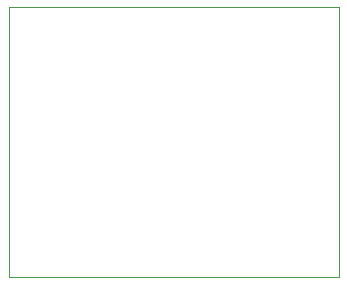
<source format=gbr>
%TF.GenerationSoftware,KiCad,Pcbnew,(5.1.6)-1*%
%TF.CreationDate,2020-07-16T10:06:32+01:00*%
%TF.ProjectId,Jag_Speedy_VRConditioner,4a61675f-5370-4656-9564-795f5652436f,rev?*%
%TF.SameCoordinates,Original*%
%TF.FileFunction,Profile,NP*%
%FSLAX46Y46*%
G04 Gerber Fmt 4.6, Leading zero omitted, Abs format (unit mm)*
G04 Created by KiCad (PCBNEW (5.1.6)-1) date 2020-07-16 10:06:32*
%MOMM*%
%LPD*%
G01*
G04 APERTURE LIST*
%TA.AperFunction,Profile*%
%ADD10C,0.050000*%
%TD*%
G04 APERTURE END LIST*
D10*
X158750000Y-100330000D02*
X130810000Y-100330000D01*
X158750000Y-77470000D02*
X158750000Y-100330000D01*
X130810000Y-77470000D02*
X130810000Y-100330000D01*
X158750000Y-77470000D02*
X130810000Y-77470000D01*
M02*

</source>
